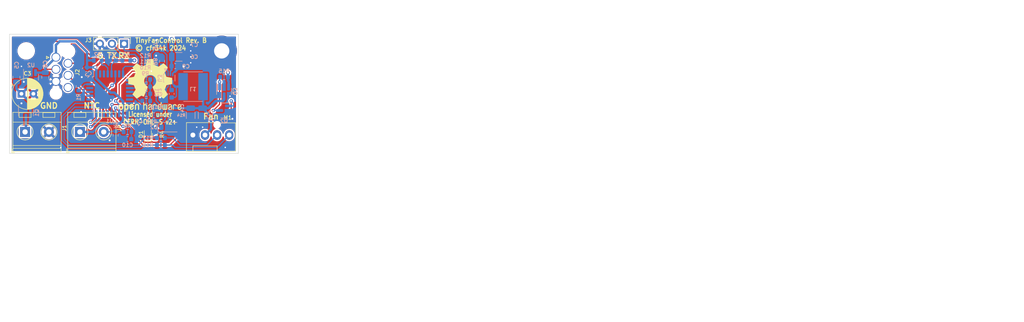
<source format=kicad_pcb>
(kicad_pcb (version 20221018) (generator pcbnew)

  (general
    (thickness 1.592)
  )

  (paper "A4")
  (title_block
    (rev "B")
    (comment 4 "AISLER Project ID: MHHVKACR")
  )

  (layers
    (0 "F.Cu" signal)
    (1 "In1.Cu" power)
    (2 "In2.Cu" power)
    (31 "B.Cu" signal)
    (32 "B.Adhes" user "B.Adhesive")
    (33 "F.Adhes" user "F.Adhesive")
    (34 "B.Paste" user)
    (35 "F.Paste" user)
    (36 "B.SilkS" user "B.Silkscreen")
    (37 "F.SilkS" user "F.Silkscreen")
    (38 "B.Mask" user)
    (39 "F.Mask" user)
    (40 "Dwgs.User" user "User.Drawings")
    (41 "Cmts.User" user "User.Comments")
    (42 "Eco1.User" user "User.Eco1")
    (43 "Eco2.User" user "User.Eco2")
    (44 "Edge.Cuts" user)
    (45 "Margin" user)
    (46 "B.CrtYd" user "B.Courtyard")
    (47 "F.CrtYd" user "F.Courtyard")
    (48 "B.Fab" user)
    (49 "F.Fab" user)
    (50 "User.1" user)
    (51 "User.2" user)
    (52 "User.3" user)
    (53 "User.4" user)
    (54 "User.5" user)
    (55 "User.6" user)
    (56 "User.7" user)
    (57 "User.8" user)
    (58 "User.9" user)
  )

  (setup
    (stackup
      (layer "F.SilkS" (type "Top Silk Screen") (color "White") (material "Direct Printing"))
      (layer "F.Paste" (type "Top Solder Paste"))
      (layer "F.Mask" (type "Top Solder Mask") (color "Green") (thickness 0.025) (material "Liquid Ink") (epsilon_r 3.7) (loss_tangent 0.029))
      (layer "F.Cu" (type "copper") (thickness 0.035))
      (layer "dielectric 1" (type "prepreg") (color "FR4 natural") (thickness 0.136) (material "FR4") (epsilon_r 4.3) (loss_tangent 0.014))
      (layer "In1.Cu" (type "copper") (thickness 0.035))
      (layer "dielectric 2" (type "core") (color "FR4 natural") (thickness 1.13) (material "FR4") (epsilon_r 4.6) (loss_tangent 0.035))
      (layer "In2.Cu" (type "copper") (thickness 0.035))
      (layer "dielectric 3" (type "prepreg") (color "FR4 natural") (thickness 0.136) (material "FR4") (epsilon_r 4.3) (loss_tangent 0.014))
      (layer "B.Cu" (type "copper") (thickness 0.035))
      (layer "B.Mask" (type "Bottom Solder Mask") (color "Green") (thickness 0.025) (material "Liquid Ink") (epsilon_r 3.7) (loss_tangent 0.029))
      (layer "B.Paste" (type "Bottom Solder Paste"))
      (layer "B.SilkS" (type "Bottom Silk Screen") (color "White") (material "Direct Printing"))
      (copper_finish "ENIG")
      (dielectric_constraints no)
    )
    (pad_to_mask_clearance 0)
    (pcbplotparams
      (layerselection 0x00011fc_ffffffff)
      (plot_on_all_layers_selection 0x0000000_00000000)
      (disableapertmacros false)
      (usegerberextensions false)
      (usegerberattributes true)
      (usegerberadvancedattributes true)
      (creategerberjobfile true)
      (dashed_line_dash_ratio 12.000000)
      (dashed_line_gap_ratio 3.000000)
      (svgprecision 4)
      (plotframeref false)
      (viasonmask false)
      (mode 1)
      (useauxorigin false)
      (hpglpennumber 1)
      (hpglpenspeed 20)
      (hpglpendiameter 15.000000)
      (dxfpolygonmode true)
      (dxfimperialunits true)
      (dxfusepcbnewfont true)
      (psnegative false)
      (psa4output false)
      (plotreference true)
      (plotvalue true)
      (plotinvisibletext false)
      (sketchpadsonfab false)
      (subtractmaskfromsilk false)
      (outputformat 1)
      (mirror false)
      (drillshape 0)
      (scaleselection 1)
      (outputdirectory "plots/RevA/gerber")
    )
  )

  (net 0 "")
  (net 1 "+3.3V")
  (net 2 "GND")
  (net 3 "+12V")
  (net 4 "Net-(U1-VDDA)")
  (net 5 "/NTC_IN")
  (net 6 "Net-(U3-SS)")
  (net 7 "Net-(U3-BST)")
  (net 8 "Net-(M1-+)")
  (net 9 "Net-(D1-K)")
  (net 10 "/SWDIO")
  (net 11 "/SWDCLK")
  (net 12 "Net-(D1-A)")
  (net 13 "/FB")
  (net 14 "unconnected-(J2-SWO-Pad6)")
  (net 15 "/RESET_N")
  (net 16 "/UART_TX")
  (net 17 "/UART_RX")
  (net 18 "Net-(J4-Pin_2)")
  (net 19 "Net-(M1-Tacho)")
  (net 20 "Net-(M1-PWM)")
  (net 21 "/DC_DC_BYPASS")
  (net 22 "Net-(Q2-D)")
  (net 23 "Net-(U1-BOOT0)")
  (net 24 "/DC_DC_EN")
  (net 25 "Net-(U3-RT)")
  (net 26 "/DC_CTRL_FB0")
  (net 27 "/DC_CTRL_FB1")
  (net 28 "/DC_CTRL_FB2")
  (net 29 "/DC_CTRL_FB3")
  (net 30 "/TACHO")
  (net 31 "/PWM_CTRL")
  (net 32 "unconnected-(U1-PA1-Pad7)")
  (net 33 "unconnected-(U1-PB0-Pad14)")
  (net 34 "unconnected-(U1-PB1-Pad15)")
  (net 35 "/FB_CONF")
  (net 36 "unconnected-(U1-PA11-Pad21)")
  (net 37 "unconnected-(U1-PA12-Pad22)")
  (net 38 "unconnected-(U1-PC14-Pad2)")
  (net 39 "unconnected-(U1-PC15-Pad3)")
  (net 40 "unconnected-(U1-PB4-Pad27)")
  (net 41 "unconnected-(U1-PB5-Pad28)")
  (net 42 "unconnected-(U1-PB6-Pad29)")
  (net 43 "unconnected-(U1-PB7-Pad30)")
  (net 44 "/SW")
  (net 45 "Net-(J1-Pin_1)")

  (footprint "MountingHole:MountingHole_3.2mm_M3" (layer "F.Cu") (at 43.5 33.5))

  (footprint "TerminalBlock_RND:TerminalBlock_RND_205-00045_1x02_P5.00mm_Horizontal" (layer "F.Cu") (at 43.26 50.5))

  (footprint "Connector_PinHeader_2.54mm:PinHeader_1x03_P2.54mm_Vertical" (layer "F.Cu") (at 64.025 32 -90))

  (footprint "Connector:FanPinHeader_1x04_P2.54mm_Vertical" (layer "F.Cu") (at 78.46 51.15))

  (footprint "Capacitor_THT:CP_Radial_D6.3mm_P2.50mm" (layer "F.Cu") (at 42.5 42.5))

  (footprint "Symbol:OSHW-Logo2_14.6x12mm_SilkScreen" (layer "F.Cu") (at 69.5 40.75))

  (footprint "LED_SMD:LED_0603_1608Metric" (layer "F.Cu") (at 69 51 90))

  (footprint "MountingHole:MountingHole_3.2mm_M3_Pad" (layer "F.Cu") (at 84.5 33.5))

  (footprint "Resistor_SMD:R_0603_1608Metric" (layer "F.Cu") (at 70.5 51 90))

  (footprint "Connector_Wuerth:Wuerth_WR-WST_490107670612_2x03_P2.54mm_Debug" (layer "F.Cu") (at 51 38 90))

  (footprint "TerminalBlock_RND:TerminalBlock_RND_205-00045_1x02_P5.00mm_Horizontal" (layer "F.Cu") (at 54.76 50.5))

  (footprint "Resistor_SMD:R_0603_1608Metric" (layer "B.Cu") (at 73.5 47))

  (footprint "Resistor_SMD:R_0603_1608Metric" (layer "B.Cu") (at 72 35.7 90))

  (footprint "Inductor_SMD:L_Fastron_242418FPS" (layer "B.Cu") (at 78.5 41))

  (footprint "Capacitor_SMD:C_0603_1608Metric" (layer "B.Cu") (at 64.75 52 180))

  (footprint "Capacitor_SMD:C_0603_1608Metric" (layer "B.Cu") (at 61.5 35.5))

  (footprint "Package_TO_SOT_SMD:SOT-23" (layer "B.Cu") (at 43.4375 46.5 -90))

  (footprint "Resistor_SMD:R_0603_1608Metric" (layer "B.Cu") (at 58.5 35.5))

  (footprint "Capacitor_SMD:C_1206_3216Metric" (layer "B.Cu") (at 80.5 46.999999 -90))

  (footprint "Package_QFP:LQFP-32_7x7mm_P0.8mm" (layer "B.Cu") (at 61 42.5 -90))

  (footprint "Resistor_SMD:R_0603_1608Metric" (layer "B.Cu") (at 62.25 51.175 -90))

  (footprint "Resistor_SMD:R_0603_1608Metric" (layer "B.Cu") (at 68.675 42.5 180))

  (footprint "Capacitor_SMD:C_1206_3216Metric" (layer "B.Cu") (at 75.5 34.75))

  (footprint "Capacitor_SMD:C_0603_1608Metric" (layer "B.Cu") (at 55.7 37.5 -135))

  (footprint "Capacitor_SMD:C_1206_3216Metric" (layer "B.Cu") (at 78 46.999999 -90))

  (footprint "Capacitor_SMD:C_0805_2012Metric" (layer "B.Cu") (at 47.5 39 -90))

  (footprint "Package_TO_SOT_SMD:SOT-23" (layer "B.Cu") (at 85 46 180))

  (footprint "Resistor_SMD:R_0603_1608Metric" (layer "B.Cu") (at 54.5 41 90))

  (footprint "Resistor_SMD:R_0603_1608Metric" (layer "B.Cu") (at 68.675 44 180))

  (footprint "Capacitor_SMD:C_0603_1608Metric" (layer "B.Cu") (at 74.749999 36.7))

  (footprint "Capacitor_SMD:C_0805_2012Metric" (layer "B.Cu") (at 41.45 39.0625 90))

  (footprint "Capacitor_SMD:C_0603_1608Metric" (layer "B.Cu") (at 66.2 47.5 45))

  (footprint "Package_TO_SOT_SMD:SOT-583-8" (layer "B.Cu") (at 73.5 39.2 -90))

  (footprint "Resistor_SMD:R_0603_1608Metric" (layer "B.Cu")
    (tstamp a898f494-088b-4bd8-b346-4677e9ad326e)
    (at 70.25 47)
    (descr "Resistor SMD 0603 (1608 Metric), square (rectangular) end terminal, IPC_7351 nominal, (Body size source: IPC-SM-782 page 72, https://www.pcb-3d.com/wordpress/wp-content/uploads/ipc-sm-782a_amendment_1_and_2.pdf), generated with kicad-footprint-generator")
    (tags "resistor")
    (property "Sheetfile" "TinyFanControl.kicad_sch")
    (property "Sheetname" "")
    (property "ki_description" "Resistor")
    (property "ki_keywords" "R res resistor")
    (path "/bfdc1736-e715-4a8d-a5c6-e8f587729ed6")
    (attr smd)
    (fp_text reference "R13" (at -0.5 1.43) (layer "B.SilkS")
        (effects (font (size 0.8 0.8) (thickness 0.15)) (justify mirror))
      (tstamp a170329a-0a98-45b9-8b1e-359c84b0d9fd)
    )
    (fp_text value "0Ω" (at 0 -1.43) (layer "B.Fab")
        (effects (font (size 1 1) (thickness 0.15)) (justify mirror))
      (tstamp 648b5edf-0cbf-415a-8156-35ba59f3fc6c)
    )
    (fp_text user "${REFERENCE}" (at 0 0) (layer "B.Fab")
        (effects (font (size 0.4 0.4) (thickness 0.06)) (justify mirror))
      (tstamp 04dcad9b-311c-4876-9770-15c8cf1f3f32)
    )
    (fp_line (start -0.237258 -0.5225) (end 0.237258 -0.5225)
      (stroke (width 0.12) (type solid)) (layer "B.SilkS") (tstamp d4b8750d-e106-40fd-8af8-be0045da4ce7))
    (fp_line (start -0.237258 0.5225) (end 0.237258 0.5225)
      (stroke (width 0.12) (type solid)) (layer "B.SilkS") (tstamp ebbe6f84-8ce0-4a02-b3d5-edcf5627103a))
    (fp_line (start -1.48 -0.73) (end -1.48 0.73)
      (stroke (width 0.05) (type solid)) (layer "B.CrtYd") (tstamp 0668a64f-b630-4149-a24e-655a8e9760e0))
    (fp_line (start -1.48 0.73) (end 1.48 0.73)
      (stroke (width 0.05) (type solid)) (layer "B.CrtYd") (tstamp b0d45ce5-3809-4b49-8b07-5fb485370cc4))
    (fp_line (start 1.48 -0.73) (end -1.48 -0.73)
      (stroke (widt
... [459856 chars truncated]
</source>
